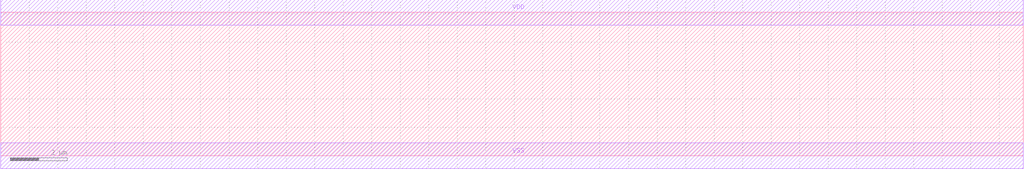
<source format=lef>
# Copyright 2022 GlobalFoundries PDK Authors
#
# Licensed under the Apache License, Version 2.0 (the "License");
# you may not use this file except in compliance with the License.
# You may obtain a copy of the License at
#
#      http://www.apache.org/licenses/LICENSE-2.0
#
# Unless required by applicable law or agreed to in writing, software
# distributed under the License is distributed on an "AS IS" BASIS,
# WITHOUT WARRANTIES OR CONDITIONS OF ANY KIND, either express or implied.
# See the License for the specific language governing permissions and
# limitations under the License.

MACRO gf180mcu_fd_sc_mcu9t5v0__fill_64
  CLASS core SPACER ;
  FOREIGN gf180mcu_fd_sc_mcu9t5v0__fill_64 0.0 0.0 ;
  ORIGIN 0 0 ;
  SYMMETRY X Y ;
  SITE GF018hv5v_green_sc9 ;
  SIZE 35.84 BY 5.04 ;
  PIN VDD
    DIRECTION INOUT ;
    USE power ;
    SHAPE ABUTMENT ;
    PORT
      LAYER METAL1 ;
        POLYGON 0 4.59 35.84 4.59 35.84 5.49 0 5.49  ;
    END
  END VDD
  PIN VSS
    DIRECTION INOUT ;
    USE ground ;
    SHAPE ABUTMENT ;
    PORT
      LAYER METAL1 ;
        POLYGON 0 -0.45 35.84 -0.45 35.84 0.45 0 0.45  ;
    END
  END VSS
END gf180mcu_fd_sc_mcu9t5v0__fill_64

</source>
